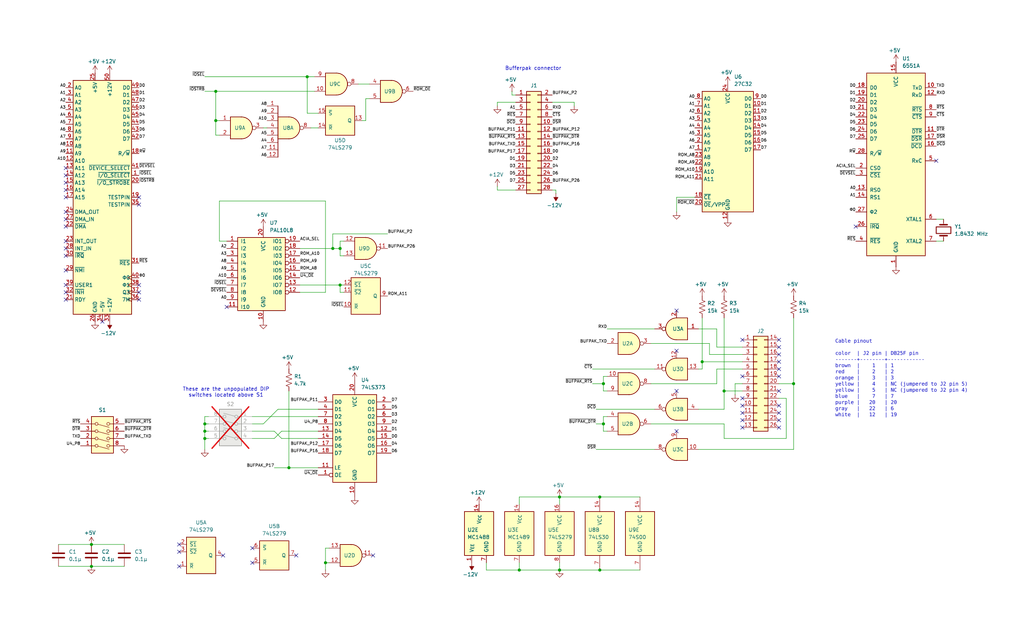
<source format=kicad_sch>
(kicad_sch (version 20231120) (generator "eeschema") (generator_version "8.0")
  (paper "USLegal")
  (title_block (title "Orange Micro Serial Grappler") (date "2024-07-16") (rev "A") (comment 2 "captured by Mark Aikens") (comment 3 "by Orange Micro") (comment 4 "Apple II Serial Printer Card"))
  (junction (at 31.75 189.23))
  (junction (at 208.28 172.72))
  (junction (at 209.55 133.35))
  (junction (at 243.84 125.73))
  (junction (at 106.68 26.67))
  (junction (at 71.12 152.4))
  (junction (at 275.59 133.35))
  (junction (at 74.93 41.91))
  (junction (at 118.11 99.06))
  (junction (at 209.55 147.32))
  (junction (at 31.75 196.85))
  (junction (at 113.03 195.58))
  (junction (at 194.31 172.72))
  (junction (at 251.46 135.89))
  (junction (at 118.11 86.36))
  (junction (at 208.28 198.12))
  (junction (at 71.12 149.86))
  (junction (at 71.12 147.32))
  (junction (at 180.34 198.12))
  (junction (at 74.93 31.75))
  (junction (at 115.57 86.36))
  (junction (at 194.31 198.12))
  (junction (at 100.33 162.56))
  (no_connect (at 325.12 55.88))
  (no_connect (at 257.81 130.81))
  (no_connect (at 48.26 104.14))
  (no_connect (at 22.86 88.9))
  (no_connect (at 22.86 73.66))
  (no_connect (at 257.81 140.97))
  (no_connect (at 270.51 140.97))
  (no_connect (at 270.51 130.81))
  (no_connect (at 22.86 101.6))
  (no_connect (at 22.86 93.98))
  (no_connect (at 87.63 190.5))
  (no_connect (at 270.51 125.73))
  (no_connect (at 62.23 196.85))
  (no_connect (at 270.51 135.89))
  (no_connect (at 35.56 111.76))
  (no_connect (at 22.86 66.04))
  (no_connect (at 257.81 148.59))
  (no_connect (at 22.86 76.2))
  (no_connect (at 22.86 68.58))
  (no_connect (at 270.51 120.65))
  (no_connect (at 48.26 101.6))
  (no_connect (at 62.23 191.77))
  (no_connect (at 129.54 193.04))
  (no_connect (at 22.86 58.42))
  (no_connect (at 234.95 149.86))
  (no_connect (at 270.51 128.27))
  (no_connect (at 257.81 143.51))
  (no_connect (at 234.95 121.92))
  (no_connect (at 22.86 60.96))
  (no_connect (at 22.86 104.14))
  (no_connect (at 78.74 106.68))
  (no_connect (at 22.86 78.74))
  (no_connect (at 22.86 86.36))
  (no_connect (at 257.81 146.05))
  (no_connect (at 62.23 189.23))
  (no_connect (at 270.51 123.19))
  (no_connect (at 22.86 99.06))
  (no_connect (at 234.95 107.95))
  (no_connect (at 22.86 83.82))
  (no_connect (at 257.81 138.43))
  (no_connect (at 48.26 68.58))
  (no_connect (at 257.81 118.11))
  (no_connect (at 270.51 143.51))
  (no_connect (at 270.51 146.05))
  (no_connect (at 87.63 195.58))
  (no_connect (at 48.26 99.06))
  (no_connect (at 22.86 63.5))
  (no_connect (at 297.18 78.74))
  (no_connect (at 102.87 193.04))
  (no_connect (at 270.51 148.59))
  (no_connect (at 270.51 118.11))
  (no_connect (at 234.95 135.89))
  (no_connect (at 77.47 193.04))
  (no_connect (at 48.26 71.12))
  (wire (pts (xy 71.12 147.32) (xy 71.12 149.86)))
  (wire (pts (xy 209.55 144.78) (xy 209.55 147.32)))
  (wire (pts (xy 209.55 133.35) (xy 209.55 130.81)))
  (wire (pts (xy 76.2 83.82) (xy 78.74 83.82)))
  (wire (pts (xy 114.3 190.5) (xy 113.03 190.5)))
  (wire (pts (xy 71.12 31.75) (xy 74.93 31.75)))
  (wire (pts (xy 180.34 175.26) (xy 180.34 172.72)))
  (wire (pts (xy 87.63 149.86) (xy 95.25 149.86)))
  (wire (pts (xy 110.49 142.24) (xy 96.52 142.24)))
  (wire (pts (xy 275.59 133.35) (xy 270.51 133.35)))
  (wire (pts (xy 71.12 149.86) (xy 71.12 152.4)))
  (wire (pts (xy 91.44 147.32) (xy 87.63 147.32)))
  (wire (pts (xy 234.95 68.58) (xy 234.95 73.66)))
  (wire (pts (xy 113.03 195.58) (xy 113.03 198.12)))
  (wire (pts (xy 194.31 172.72) (xy 194.31 175.26)))
  (wire (pts (xy 115.57 81.28) (xy 115.57 86.36)))
  (wire (pts (xy 177.8 33.02) (xy 179.07 33.02)))
  (wire (pts (xy 209.55 135.89) (xy 210.82 135.89)))
  (wire (pts (xy 118.11 86.36) (xy 118.11 88.9)))
  (wire (pts (xy 179.07 35.56) (xy 172.72 35.56)))
  (wire (pts (xy 180.34 195.58) (xy 180.34 198.12)))
  (wire (pts (xy 115.57 86.36) (xy 118.11 86.36)))
  (wire (pts (xy 113.03 101.6) (xy 113.03 69.85)))
  (wire (pts (xy 71.12 152.4) (xy 71.12 156.21)))
  (wire (pts (xy 118.11 83.82) (xy 119.38 83.82)))
  (wire (pts (xy 242.57 142.24) (xy 251.46 142.24)))
  (wire (pts (xy 134.62 81.28) (xy 115.57 81.28)))
  (wire (pts (xy 100.33 135.89) (xy 100.33 162.56)))
  (wire (pts (xy 106.68 26.67) (xy 109.22 26.67)))
  (wire (pts (xy 127 34.29) (xy 128.27 34.29)))
  (wire (pts (xy 179.07 66.04) (xy 172.72 66.04)))
  (wire (pts (xy 210.82 130.81) (xy 209.55 130.81)))
  (wire (pts (xy 124.46 29.21) (xy 128.27 29.21)))
  (wire (pts (xy 205.74 128.27) (xy 227.33 128.27)))
  (wire (pts (xy 255.27 133.35) (xy 257.81 133.35)))
  (wire (pts (xy 71.12 149.86) (xy 72.39 149.86)))
  (wire (pts (xy 96.52 142.24) (xy 91.44 147.32)))
  (wire (pts (xy 87.63 152.4) (xy 95.25 152.4)))
  (wire (pts (xy 113.03 69.85) (xy 76.2 69.85)))
  (wire (pts (xy 118.11 88.9) (xy 119.38 88.9)))
  (wire (pts (xy 194.31 195.58) (xy 194.31 198.12)))
  (wire (pts (xy 243.84 110.49) (xy 243.84 125.73)))
  (wire (pts (xy 209.55 147.32) (xy 209.55 149.86)))
  (wire (pts (xy 208.28 172.72) (xy 222.25 172.72)))
  (wire (pts (xy 110.49 39.37) (xy 106.68 39.37)))
  (wire (pts (xy 91.44 44.45) (xy 92.71 44.45)))
  (wire (pts (xy 168.91 198.12) (xy 168.91 195.58)))
  (wire (pts (xy 76.2 46.99) (xy 74.93 46.99)))
  (wire (pts (xy 248.92 133.35) (xy 248.92 128.27)))
  (wire (pts (xy 210.82 144.78) (xy 209.55 144.78)))
  (wire (pts (xy 248.92 114.3) (xy 248.92 120.65)))
  (wire (pts (xy 74.93 31.75) (xy 74.93 41.91)))
  (wire (pts (xy 241.3 68.58) (xy 234.95 68.58)))
  (wire (pts (xy 104.14 86.36) (xy 115.57 86.36)))
  (wire (pts (xy 275.59 110.49) (xy 275.59 133.35)))
  (wire (pts (xy 273.05 138.43) (xy 273.05 152.4)))
  (wire (pts (xy 95.25 162.56) (xy 100.33 162.56)))
  (wire (pts (xy 172.72 35.56) (xy 172.72 36.83)))
  (wire (pts (xy 118.11 99.06) (xy 119.38 99.06)))
  (wire (pts (xy 74.93 41.91) (xy 74.93 46.99)))
  (wire (pts (xy 248.92 120.65) (xy 257.81 120.65)))
  (wire (pts (xy 106.68 39.37) (xy 106.68 26.67)))
  (wire (pts (xy 207.01 142.24) (xy 227.33 142.24)))
  (wire (pts (xy 104.14 99.06) (xy 118.11 99.06)))
  (wire (pts (xy 71.12 26.67) (xy 106.68 26.67)))
  (wire (pts (xy 193.04 66.04) (xy 193.04 67.31)))
  (wire (pts (xy 251.46 110.49) (xy 251.46 135.89)))
  (wire (pts (xy 113.03 190.5) (xy 113.03 195.58)))
  (wire (pts (xy 273.05 152.4) (xy 251.46 152.4)))
  (wire (pts (xy 242.57 114.3) (xy 248.92 114.3)))
  (wire (pts (xy 127 41.91) (xy 125.73 41.91)))
  (wire (pts (xy 31.75 196.85) (xy 43.18 196.85)))
  (wire (pts (xy 194.31 198.12) (xy 208.28 198.12)))
  (wire (pts (xy 104.14 101.6) (xy 113.03 101.6)))
  (wire (pts (xy 76.2 69.85) (xy 76.2 83.82)))
  (wire (pts (xy 275.59 156.21) (xy 275.59 133.35)))
  (wire (pts (xy 209.55 133.35) (xy 209.55 135.89)))
  (wire (pts (xy 118.11 86.36) (xy 118.11 83.82)))
  (wire (pts (xy 72.39 144.78) (xy 71.12 144.78)))
  (wire (pts (xy 110.49 152.4) (xy 97.79 152.4)))
  (wire (pts (xy 118.11 101.6) (xy 119.38 101.6)))
  (wire (pts (xy 325.12 83.82) (xy 327.66 83.82)))
  (wire (pts (xy 87.63 144.78) (xy 110.49 144.78)))
  (wire (pts (xy 246.38 119.38) (xy 226.06 119.38)))
  (wire (pts (xy 208.28 198.12) (xy 222.25 198.12)))
  (wire (pts (xy 97.79 152.4) (xy 95.25 149.86)))
  (wire (pts (xy 246.38 119.38) (xy 246.38 123.19)))
  (wire (pts (xy 20.32 189.23) (xy 31.75 189.23)))
  (wire (pts (xy 191.77 66.04) (xy 193.04 66.04)))
  (wire (pts (xy 199.39 35.56) (xy 199.39 36.83)))
  (wire (pts (xy 273.05 138.43) (xy 270.51 138.43)))
  (wire (pts (xy 255.27 133.35) (xy 255.27 137.16)))
  (wire (pts (xy 95.25 152.4) (xy 97.79 149.86)))
  (wire (pts (xy 110.49 149.86) (xy 97.79 149.86)))
  (wire (pts (xy 180.34 198.12) (xy 168.91 198.12)))
  (wire (pts (xy 194.31 172.72) (xy 208.28 172.72)))
  (wire (pts (xy 242.57 156.21) (xy 275.59 156.21)))
  (wire (pts (xy 207.01 147.32) (xy 209.55 147.32)))
  (wire (pts (xy 71.12 144.78) (xy 71.12 147.32)))
  (wire (pts (xy 113.03 195.58) (xy 114.3 195.58)))
  (wire (pts (xy 209.55 149.86) (xy 210.82 149.86)))
  (wire (pts (xy 180.34 198.12) (xy 194.31 198.12)))
  (wire (pts (xy 248.92 128.27) (xy 257.81 128.27)))
  (wire (pts (xy 243.84 128.27) (xy 243.84 125.73)))
  (wire (pts (xy 74.93 31.75) (xy 109.22 31.75)))
  (wire (pts (xy 177.8 31.75) (xy 177.8 33.02)))
  (wire (pts (xy 191.77 35.56) (xy 199.39 35.56)))
  (wire (pts (xy 243.84 128.27) (xy 242.57 128.27)))
  (wire (pts (xy 207.01 156.21) (xy 227.33 156.21)))
  (wire (pts (xy 251.46 147.32) (xy 251.46 152.4)))
  (wire (pts (xy 243.84 125.73) (xy 257.81 125.73)))
  (wire (pts (xy 107.95 44.45) (xy 110.49 44.45)))
  (wire (pts (xy 180.34 172.72) (xy 194.31 172.72)))
  (wire (pts (xy 31.75 189.23) (xy 43.18 189.23)))
  (wire (pts (xy 226.06 147.32) (xy 251.46 147.32)))
  (wire (pts (xy 251.46 135.89) (xy 257.81 135.89)))
  (wire (pts (xy 251.46 135.89) (xy 251.46 142.24)))
  (wire (pts (xy 210.82 114.3) (xy 227.33 114.3)))
  (wire (pts (xy 71.12 147.32) (xy 72.39 147.32)))
  (wire (pts (xy 205.74 133.35) (xy 209.55 133.35)))
  (wire (pts (xy 246.38 123.19) (xy 257.81 123.19)))
  (wire (pts (xy 71.12 152.4) (xy 72.39 152.4)))
  (wire (pts (xy 100.33 162.56) (xy 110.49 162.56)))
  (wire (pts (xy 76.2 41.91) (xy 74.93 41.91)))
  (wire (pts (xy 127 34.29) (xy 127 41.91)))
  (wire (pts (xy 325.12 76.2) (xy 327.66 76.2)))
  (wire (pts (xy 172.72 66.04) (xy 172.72 64.77)))
  (wire (pts (xy 20.32 196.85) (xy 31.75 196.85)))
  (wire (pts (xy 226.06 133.35) (xy 248.92 133.35)))
  (wire (pts (xy 118.11 99.06) (xy 118.11 101.6)))
  (text "Cable pinout\n\ncolor  | J2 pin | DB25F pin\n-------+--------+------------\nbrown  |    1   | 1\nred    |    2   | 2\norange |    3   | 3\nyellow |    4   | NC (jumpered to J2 pin 5)\nyellow |    5   | NC (jumpered to J2 pin 4)\nblue   |    7   | 7\npurple |   20   | 20\ngray   |   22   | 6\nwhite  |   12   | 19\n" (at 290.068 118.364 0) (effects (font (size 1.27 1.27)) (justify left top)))
  (text "Bufferpak connector" (at 185.166 23.876 0) (effects (font (size 1.27 1.27))))
  (text "These are the unpopulated DIP\nswitches located above S1" (at 78.486 136.398 0) (effects (font (size 1.27 1.27))))
  (label "BUFPAK_P17" (at 95.25 162.56 180) (effects (font (size 1 1))))
  (label "BUFPAK_P2" (at 191.77 33.02 0) (effects (font (size 1 1))))
  (label "A5" (at 92.71 46.99 180) (effects (font (size 1 1))))
  (label "~{DEVSEL}" (at 78.74 101.6 180) (effects (font (size 1 1))))
  (label "Φ0" (at 48.26 96.52 0) (effects (font (size 1 1))))
  (label "A2" (at 22.86 35.56 180) (effects (font (size 1 1))))
  (label "~{U4_OE}" (at 104.14 96.52 0) (effects (font (size 1 1))))
  (label "RXD" (at 325.12 33.02 0) (effects (font (size 1 1))))
  (label "D7" (at 297.18 48.26 180) (effects (font (size 1 1))))
  (label "D5" (at 264.16 46.99 0) (effects (font (size 1 1))))
  (label "D7" (at 179.07 63.5 180) (effects (font (size 1 1))))
  (label "~{BUFPAK_RTS}" (at 43.18 147.32 0) (effects (font (size 1 1))))
  (label "~{DCD}" (at 179.07 43.18 180) (effects (font (size 1 1))))
  (label "D2" (at 297.18 35.56 180) (effects (font (size 1 1))))
  (label "~{ROM_OE}" (at 241.3 71.12 180) (effects (font (size 1 1))))
  (label "A4" (at 241.3 44.45 180) (effects (font (size 1 1))))
  (label "D0" (at 135.89 152.4 0) (effects (font (size 1 1))))
  (label "A10" (at 92.71 41.91 180) (effects (font (size 1 1))))
  (label "A3" (at 78.74 88.9 180) (effects (font (size 1 1))))
  (label "~{DTR}" (at 27.94 149.86 180) (effects (font (size 1 1))))
  (label "A3" (at 241.3 41.91 180) (effects (font (size 1 1))))
  (label "D5" (at 179.07 60.96 180) (effects (font (size 1 1))))
  (label "BUFPAK_P11" (at 110.49 139.7 180) (effects (font (size 1 1))))
  (label "~{IOSEL}" (at 78.74 99.06 180) (effects (font (size 1 1))))
  (label "BUFPAK_P17" (at 179.07 53.34 180) (effects (font (size 1 1))))
  (label "TXD" (at 27.94 152.4 180) (effects (font (size 1 1))))
  (label "D6" (at 191.77 60.96 0) (effects (font (size 1 1))))
  (label "BUFPAK_P16" (at 110.49 157.48 180) (effects (font (size 1 1))))
  (label "~{IOSTRB}" (at 71.12 31.75 180) (effects (font (size 1 1))))
  (label "D4" (at 135.89 154.94 0) (effects (font (size 1 1))))
  (label "D0" (at 264.16 34.29 0) (effects (font (size 1 1))))
  (label "A1" (at 241.3 36.83 180) (effects (font (size 1 1))))
  (label "~{CTS}" (at 205.74 128.27 180) (effects (font (size 1 1))))
  (label "BUFPAK_TXD" (at 210.82 119.38 180) (effects (font (size 1 1))))
  (label "~{CTS}" (at 191.77 40.64 0) (effects (font (size 1 1))))
  (label "BUFPAK_TXD" (at 43.18 152.4 0) (effects (font (size 1 1))))
  (label "A4" (at 92.71 49.53 180) (effects (font (size 1 1))))
  (label "~{RES}" (at 179.07 40.64 180) (effects (font (size 1 1))))
  (label "RXD" (at 210.82 114.3 180) (effects (font (size 1 1))))
  (label "ROM_A11" (at 241.3 62.23 180) (effects (font (size 1 1))))
  (label "ROM_A10" (at 104.14 88.9 0) (effects (font (size 1 1))))
  (label "D4" (at 264.16 44.45 0) (effects (font (size 1 1))))
  (label "~{DEVSEL}" (at 297.18 60.96 180) (effects (font (size 1 1))))
  (label "ROM_A8" (at 104.14 93.98 0) (effects (font (size 1 1))))
  (label "A9" (at 92.71 39.37 180) (effects (font (size 1 1))))
  (label "~{DCD}" (at 325.12 50.8 0) (effects (font (size 1 1))))
  (label "~{BUFPAK_RTS}" (at 205.74 133.35 180) (effects (font (size 1 1))))
  (label "D2" (at 191.77 55.88 0) (effects (font (size 1 1))))
  (label "D5" (at 48.26 43.18 0) (effects (font (size 1 1))))
  (label "~{RES}" (at 48.26 91.44 0) (effects (font (size 1 1))))
  (label "ROM_A9" (at 104.14 91.44 0) (effects (font (size 1 1))))
  (label "~{DSR}" (at 191.77 43.18 0) (effects (font (size 1 1))))
  (label "BUFPAK_P12" (at 191.77 45.72 0) (effects (font (size 1 1))))
  (label "D3" (at 297.18 38.1 180) (effects (font (size 1 1))))
  (label "D0" (at 191.77 53.34 0) (effects (font (size 1 1))))
  (label "D1" (at 179.07 55.88 180) (effects (font (size 1 1))))
  (label "D6" (at 264.16 49.53 0) (effects (font (size 1 1))))
  (label "D5" (at 297.18 43.18 180) (effects (font (size 1 1))))
  (label "U4_P8" (at 27.94 154.94 180) (effects (font (size 1 1))))
  (label "BUFPAK_TXD" (at 179.07 50.8 180) (effects (font (size 1 1))))
  (label "~{IOSEL}" (at 119.38 106.68 180) (effects (font (size 1 1))))
  (label "A9" (at 22.86 53.34 180) (effects (font (size 1 1))))
  (label "A7" (at 241.3 52.07 180) (effects (font (size 1 1))))
  (label "A6" (at 241.3 49.53 180) (effects (font (size 1 1))))
  (label "D1" (at 135.89 149.86 0) (effects (font (size 1 1))))
  (label "D6" (at 297.18 45.72 180) (effects (font (size 1 1))))
  (label "D3" (at 264.16 41.91 0) (effects (font (size 1 1))))
  (label "D7" (at 264.16 52.07 0) (effects (font (size 1 1))))
  (label "~{BUFPAK_DTR}" (at 207.01 147.32 180) (effects (font (size 1 1))))
  (label "~{BUFPAK_DTR}" (at 191.77 48.26 0) (effects (font (size 1 1))))
  (label "A7" (at 22.86 48.26 180) (effects (font (size 1 1))))
  (label "A5" (at 22.86 43.18 180) (effects (font (size 1 1))))
  (label "A0" (at 297.18 66.04 180) (effects (font (size 1 1))))
  (label "ROM_A8" (at 241.3 54.61 180) (effects (font (size 1 1))))
  (label "BUFPAK_P2" (at 134.62 81.28 0) (effects (font (size 1 1))))
  (label "D3" (at 179.07 58.42 180) (effects (font (size 1 1))))
  (label "R~{W}" (at 48.26 53.34 0) (effects (font (size 1 1))))
  (label "~{IOSTRB}" (at 48.26 63.5 0) (effects (font (size 1 1))))
  (label "A7" (at 92.71 52.07 180) (effects (font (size 1 1))))
  (label "~{U4_OE}" (at 110.49 165.1 180) (effects (font (size 1 1))))
  (label "D4" (at 297.18 40.64 180) (effects (font (size 1 1))))
  (label "D7" (at 135.89 139.7 0) (effects (font (size 1 1))))
  (label "~{IOSEL}" (at 71.12 26.67 180) (effects (font (size 1 1))))
  (label "A2" (at 241.3 39.37 180) (effects (font (size 1 1))))
  (label "A4" (at 22.86 40.64 180) (effects (font (size 1 1))))
  (label "A9" (at 78.74 93.98 180) (effects (font (size 1 1))))
  (label "~{DSR}" (at 325.12 48.26 0) (effects (font (size 1 1))))
  (label "A8" (at 78.74 91.44 180) (effects (font (size 1 1))))
  (label "ACIA_SEL" (at 297.18 58.42 180) (effects (font (size 1 1))))
  (label "D6" (at 48.26 45.72 0) (effects (font (size 1 1))))
  (label "A10" (at 78.74 96.52 180) (effects (font (size 1 1))))
  (label "TXD" (at 325.12 30.48 0) (effects (font (size 1 1))))
  (label "A1" (at 179.07 38.1 180) (effects (font (size 1 1))))
  (label "D3" (at 135.89 144.78 0) (effects (font (size 1 1))))
  (label "D6" (at 135.89 157.48 0) (effects (font (size 1 1))))
  (label "~{IOSEL}" (at 48.26 60.96 0) (effects (font (size 1 1))))
  (label "Φ0" (at 297.18 73.66 180) (effects (font (size 1 1))))
  (label "~{DTR}" (at 325.12 45.72 0) (effects (font (size 1 1))))
  (label "D2" (at 264.16 39.37 0) (effects (font (size 1 1))))
  (label "D0" (at 297.18 30.48 180) (effects (font (size 1 1))))
  (label "A10" (at 22.86 55.88 180) (effects (font (size 1 1))))
  (label "~{DEVSEL}" (at 48.26 58.42 0) (effects (font (size 1 1))))
  (label "D4" (at 48.26 40.64 0) (effects (font (size 1 1))))
  (label "ROM_A10" (at 241.3 59.69 180) (effects (font (size 1 1))))
  (label "D1" (at 264.16 36.83 0) (effects (font (size 1 1))))
  (label "D2" (at 48.26 35.56 0) (effects (font (size 1 1))))
  (label "A3" (at 22.86 38.1 180) (effects (font (size 1 1))))
  (label "BUFPAK_P26" (at 191.77 63.5 0) (effects (font (size 1 1))))
  (label "A2" (at 78.74 86.36 180) (effects (font (size 1 1))))
  (label "A1" (at 22.86 33.02 180) (effects (font (size 1 1))))
  (label "~{BUFPAK_RTS}" (at 179.07 48.26 180) (effects (font (size 1 1))))
  (label "A1" (at 297.18 68.58 180) (effects (font (size 1 1))))
  (label "ROM_A9" (at 241.3 57.15 180) (effects (font (size 1 1))))
  (label "ACIA_SEL" (at 104.14 83.82 0) (effects (font (size 1 1))))
  (label "A6" (at 22.86 45.72 180) (effects (font (size 1 1))))
  (label "BUFPAK_P12" (at 110.49 154.94 180) (effects (font (size 1 1))))
  (label "U4_P8" (at 110.49 147.32 180) (effects (font (size 1 1))))
  (label "A8" (at 22.86 50.8 180) (effects (font (size 1 1))))
  (label "D1" (at 297.18 33.02 180) (effects (font (size 1 1))))
  (label "A6" (at 92.71 54.61 180) (effects (font (size 1 1))))
  (label "~{RTS}" (at 27.94 147.32 180) (effects (font (size 1 1))))
  (label "BUFPAK_P26" (at 134.62 86.36 0) (effects (font (size 1 1))))
  (label "D2" (at 135.89 147.32 0) (effects (font (size 1 1))))
  (label "~{DCD}" (at 207.01 142.24 180) (effects (font (size 1 1))))
  (label "D7" (at 48.26 48.26 0) (effects (font (size 1 1))))
  (label "A0" (at 241.3 34.29 180) (effects (font (size 1 1))))
  (label "D1" (at 48.26 33.02 0) (effects (font (size 1 1))))
  (label "D3" (at 48.26 38.1 0) (effects (font (size 1 1))))
  (label "BUFPAK_P16" (at 191.77 50.8 0) (effects (font (size 1 1))))
  (label "D0" (at 48.26 30.48 0) (effects (font (size 1 1))))
  (label "A8" (at 92.71 36.83 180) (effects (font (size 1 1))))
  (label "~{RTS}" (at 325.12 38.1 0) (effects (font (size 1 1))))
  (label "~{DSR}" (at 207.01 156.21 180) (effects (font (size 1 1))))
  (label "~{CTS}" (at 325.12 40.64 0) (effects (font (size 1 1))))
  (label "A0" (at 22.86 30.48 180) (effects (font (size 1 1))))
  (label "D4" (at 191.77 58.42 0) (effects (font (size 1 1))))
  (label "BUFPAK_P11" (at 179.07 45.72 180) (effects (font (size 1 1))))
  (label "D5" (at 135.89 142.24 0) (effects (font (size 1 1))))
  (label "R~{W}" (at 297.18 53.34 180) (effects (font (size 1 1))))
  (label "A0" (at 78.74 104.14 180) (effects (font (size 1 1))))
  (label "RXD" (at 191.77 38.1 0) (effects (font (size 1 1))))
  (label "A5" (at 241.3 46.99 180) (effects (font (size 1 1))))
  (label "ROM_A11" (at 134.62 102.87 0) (effects (font (size 1 1))))
  (label "~{ROM_OE}" (at 143.51 31.75 0) (effects (font (size 1 1))))
  (label "~{RES}" (at 297.18 83.82 180) (effects (font (size 1 1))))
  (label "~{BUFPAK_DTR}" (at 43.18 149.86 0) (effects (font (size 1 1))))
  (symbol (lib_id "Device:C") (at 20.32 193.04 0) (unit 1)
    (property "Reference" "C1" (at 23.876 191.77 0) (effects (justify left)))
    (property "Value" "0.1µ" (at 23.876 194.31 0) (effects (justify left)))
    (property "Description" "Unpolarized capacitor" (effects (hide yes)))
  )
  (symbol (lib_id "Interface_Legacy:6551") (at 311.15 57.15 0) (unit 1)
    (property "Reference" "U1" (at 313.3441 20.32 0) (effects (justify left)))
    (property "Value" "6551A" (at 313.3441 22.86 0) (effects (justify left)))
    (property "Footprint" "Package_DIP:DIP-28_W15.24mm" (effects (hide yes)))
    (property "Description" "Asynchronous Communication Interface Adapter" (effects (hide yes)))
  )
  (symbol (lib_id "Transceiver_Legacy:MC1489") (at 180.34 185.42 0) (unit 5)
    (property "Reference" "U3" (at 176.276 184.15 0) (effects (justify left)))
    (property "Value" "MC1489" (at 176.276 186.69 0) (effects (justify left)))
    (property "Datasheet" "https://www.onsemi.com/pdf/datasheet/mc1489-d.pdf" (effects (hide yes)))
    (property "Description" "Quad Line EIA-232D Receivers" (effects (hide yes)))
  )
  (symbol (lib_id "Device:R_US") (at 251.46 106.68 0) (unit 1)
    (property "Reference" "R3" (at 253.238 105.41 0) (effects (justify left)))
    (property "Value" "15k" (at 253.238 107.95 0) (effects (justify left)))
    (property "Description" "Resistor, US symbol" (effects (hide yes)))
  )
  (symbol (lib_id "power:GND") (at 31.75 196.85 0) (unit 1)
    (property "Reference" "#PWR018" (effects (hide yes)))
    (property "Value" "GND" (effects (hide yes)))
    (property "Description" "Power symbol creates a global label with name \"GND\" , ground" (effects (hide yes)))
  )
  (symbol (lib_id "Transceiver_Legacy:MC1489") (at 234.95 128.27 0) (mirror y) (unit 4)
    (property "Reference" "U3" (at 235.458 128.27 0))
    (property "Value" "MC1489" (effects (hide yes)))
    (property "Datasheet" "https://www.onsemi.com/pdf/datasheet/mc1489-d.pdf" (effects (hide yes)))
    (property "Description" "Quad Line EIA-232D Receivers" (effects (hide yes)))
  )
  (symbol (lib_id "Device:R_US") (at 243.84 106.68 0) (unit 1)
    (property "Reference" "R2" (at 245.618 105.41 0) (effects (justify left)))
    (property "Value" "15k" (at 245.618 107.95 0) (effects (justify left)))
    (property "Description" "Resistor, US symbol" (effects (hide yes)))
  )
  (symbol (lib_id "74xx:74LS30") (at 100.33 44.45 0) (unit 1)
    (property "Reference" "U8" (at 100.076 44.45 0))
    (property "Value" "74LS30" (effects (hide yes)))
    (property "Datasheet" "http://www.ti.com/lit/gpn/sn74LS30" (effects (hide yes)))
    (property "Description" "8-input NAND" (effects (hide yes)))
  )
  (symbol (lib_id "power:+5V") (at 252.73 29.21 0) (unit 1)
    (property "Reference" "#PWR06" (effects (hide yes)))
    (property "Value" "+5V" (at 252.222 25.146 0))
    (property "Description" "Power symbol creates a global label with name \"+5V\"" (effects (hide yes)))
  )
  (symbol (lib_id "power:+5V") (at 123.19 132.08 0) (unit 1)
    (property "Reference" "#PWR07" (effects (hide yes)))
    (property "Value" "+5V" (at 122.682 128.016 0))
    (property "Description" "Power symbol creates a global label with name \"+5V\"" (effects (hide yes)))
  )
  (symbol (lib_id "Transceiver_Legacy:MC1488") (at 218.44 119.38 0) (unit 1)
    (property "Reference" "U2" (at 217.932 119.38 0))
    (property "Value" "MC1488" (effects (hide yes)))
    (property "Datasheet" "https://www.onsemi.com/pdf/datasheet/mc1488-d.pdf" (effects (hide yes)))
    (property "Description" "Quad Line EIA-232D Driver" (effects (hide yes)))
  )
  (symbol (lib_id "74xx:7400") (at 135.89 31.75 0) (unit 2)
    (property "Reference" "U9" (at 135.382 31.75 0))
    (property "Value" "74S00" (effects (hide yes)))
    (property "Datasheet" "http://www.ti.com/lit/gpn/sn7400" (effects (hide yes)))
    (property "Description" "quad 2-input NAND gate" (effects (hide yes)))
  )
  (symbol (lib_id "Logic_Legacy:74LS279") (at 95.25 193.04 0) (unit 2)
    (property "Reference" "U5" (at 95.25 182.88 0))
    (property "Value" "74LS279" (at 95.25 185.42 0))
    (property "Description" "Quad S-R Flip Flop Latch" (effects (hide yes)))
  )
  (symbol (lib_id "power:+5V") (at 91.44 78.74 0) (unit 1)
    (property "Reference" "#PWR05" (effects (hide yes)))
    (property "Value" "+5V" (at 90.932 74.676 0))
    (property "Description" "Power symbol creates a global label with name \"+5V\"" (effects (hide yes)))
  )
  (symbol (lib_id "power:GND") (at 33.02 111.76 0) (unit 1)
    (property "Reference" "#PWR02" (effects (hide yes)))
    (property "Value" "GND" (effects (hide yes)))
    (property "Description" "Power symbol creates a global label with name \"GND\" , ground" (effects (hide yes)))
  )
  (symbol (lib_id "Transceiver_Legacy:MC1488") (at 218.44 133.35 0) (unit 3)
    (property "Reference" "U2" (at 217.932 133.35 0))
    (property "Value" "MC1488" (effects (hide yes)))
    (property "Datasheet" "https://www.onsemi.com/pdf/datasheet/mc1488-d.pdf" (effects (hide yes)))
    (property "Description" "Quad Line EIA-232D Driver" (effects (hide yes)))
  )
  (symbol (lib_id "power:GND") (at 234.95 73.66 0) (unit 1)
    (property "Reference" "#PWR021" (effects (hide yes)))
    (property "Value" "GND" (effects (hide yes)))
    (property "Description" "Power symbol creates a global label with name \"GND\" , ground" (effects (hide yes)))
  )
  (symbol (lib_id "Transceiver_Legacy:MC1489") (at 234.95 156.21 0) (mirror y) (unit 3)
    (property "Reference" "U3" (at 235.458 156.21 0))
    (property "Value" "MC1489" (effects (hide yes)))
    (property "Datasheet" "https://www.onsemi.com/pdf/datasheet/mc1489-d.pdf" (effects (hide yes)))
    (property "Description" "Quad Line EIA-232D Receivers" (effects (hide yes)))
  )
  (symbol (lib_id "power:+5V") (at 275.59 102.87 0) (unit 1)
    (property "Reference" "#PWR016" (effects (hide yes)))
    (property "Value" "+5V" (at 275.082 98.806 0))
    (property "Description" "Power symbol creates a global label with name \"+5V\"" (effects (hide yes)))
  )
  (symbol (lib_id "power:GND") (at 311.15 92.71 0) (unit 1)
    (property "Reference" "#PWR026" (effects (hide yes)))
    (property "Value" "GND" (effects (hide yes)))
    (property "Description" "Power symbol creates a global label with name \"GND\" , ground" (effects (hide yes)))
  )
  (symbol (lib_id "power:GND") (at 194.31 198.12 0) (unit 1)
    (property "Reference" "#PWR09" (effects (hide yes)))
    (property "Value" "GND" (effects (hide yes)))
    (property "Description" "Power symbol creates a global label with name \"GND\" , ground" (effects (hide yes)))
  )
  (symbol (lib_id "power:-12V") (at 163.83 195.58 180) (unit 1)
    (property "Reference" "#PWR019" (effects (hide yes)))
    (property "Value" "-12V" (at 163.322 199.644 0))
    (property "Description" "Power symbol creates a global label with name \"-12V\"" (effects (hide yes)))
  )
  (symbol (lib_id "power:-12V") (at 193.04 67.31 180) (unit 1)
    (property "Reference" "#PWR031" (effects (hide yes)))
    (property "Value" "-12V" (at 192.532 71.374 0))
    (property "Description" "Power symbol creates a global label with name \"-12V\"" (effects (hide yes)))
  )
  (symbol (lib_id "power:GND") (at 252.73 76.2 0) (unit 1)
    (property "Reference" "#PWR011" (effects (hide yes)))
    (property "Value" "GND" (effects (hide yes)))
    (property "Description" "Power symbol creates a global label with name \"GND\" , ground" (effects (hide yes)))
  )
  (symbol (lib_id "74xx:7400") (at 83.82 44.45 0) (unit 1)
    (property "Reference" "U9" (at 83.312 44.45 0))
    (property "Value" "74S00" (effects (hide yes)))
    (property "Datasheet" "http://www.ti.com/lit/gpn/sn7400" (effects (hide yes)))
    (property "Description" "quad 2-input NAND gate" (effects (hide yes)))
  )
  (symbol (lib_id "Logic_Legacy:74LS279") (at 127 102.87 0) (unit 3)
    (property "Reference" "U5" (at 127 92.456 0))
    (property "Value" "74LS279" (at 127 94.996 0))
    (property "Description" "Quad S-R Flip Flop Latch" (effects (hide yes)))
  )
  (symbol (lib_id "74xx:7400") (at 222.25 185.42 0) (unit 5)
    (property "Reference" "U9" (at 218.186 184.15 0) (effects (justify left)))
    (property "Value" "74S00" (at 218.186 186.69 0) (effects (justify left)))
    (property "Datasheet" "http://www.ti.com/lit/gpn/sn7400" (effects (hide yes)))
    (property "Description" "quad 2-input NAND gate" (effects (hide yes)))
  )
  (symbol (lib_id "Device:C") (at 43.18 193.04 0) (unit 1)
    (property "Reference" "C3" (at 46.736 191.77 0) (effects (justify left)))
    (property "Value" "0.1µ" (at 46.736 194.31 0) (effects (justify left)))
    (property "Description" "Unpolarized capacitor" (effects (hide yes)))
  )
  (symbol (lib_id "Transceiver_Legacy:MC1488") (at 166.37 185.42 0) (unit 5)
    (property "Reference" "U2" (at 162.306 184.15 0) (effects (justify left)))
    (property "Value" "MC1488" (at 162.306 186.69 0) (effects (justify left)))
    (property "Datasheet" "https://www.onsemi.com/pdf/datasheet/mc1488-d.pdf" (effects (hide yes)))
    (property "Description" "Quad Line EIA-232D Driver" (effects (hide yes)))
  )
  (symbol (lib_id "74xx:74LS373") (at 123.19 152.4 0) (unit 1)
    (property "Reference" "U4" (at 125.3841 132.08 0) (effects (justify left)))
    (property "Value" "74LS373" (at 125.3841 134.62 0) (effects (justify left)))
    (property "Datasheet" "http://www.ti.com/lit/gpn/sn74LS373" (effects (hide yes)))
    (property "Description" "8-bit Latch, 3-state outputs" (effects (hide yes)))
  )
  (symbol (lib_id "Logic_Legacy:74LS279") (at 118.11 41.91 0) (unit 4)
    (property "Reference" "U5" (at 118.11 48.768 0))
    (property "Value" "74LS279" (at 118.11 51.308 0))
    (property "Description" "Quad S-R Flip Flop Latch" (effects (hide yes)))
  )
  (symbol (lib_id "power:GND") (at 43.18 154.94 0) (unit 1)
    (property "Reference" "#PWR022" (effects (hide yes)))
    (property "Value" "GND" (effects (hide yes)))
    (property "Description" "Power symbol creates a global label with name \"GND\" , ground" (effects (hide yes)))
  )
  (symbol (lib_id "power:GND") (at 113.03 198.12 0) (unit 1)
    (property "Reference" "#PWR023" (effects (hide yes)))
    (property "Value" "GND" (effects (hide yes)))
    (property "Description" "Power symbol creates a global label with name \"GND\" , ground" (effects (hide yes)))
  )
  (symbol (lib_id "power:+12V") (at 172.72 64.77 0) (unit 1)
    (property "Reference" "#PWR029" (effects (hide yes)))
    (property "Value" "+12V" (at 172.212 60.706 0))
    (property "Description" "Power symbol creates a global label with name \"+12V\"" (effects (hide yes)))
  )
  (symbol (lib_id "Logic_Legacy:74LS279") (at 194.31 185.42 0) (unit 5)
    (property "Reference" "U5" (at 190.246 184.15 0) (effects (justify left)))
    (property "Value" "74LS279" (at 190.246 186.69 0) (effects (justify left)))
    (property "Description" "Quad S-R Flip Flop Latch" (effects (hide yes)))
  )
  (symbol (lib_id "power:+5V") (at 33.02 25.4 0) (unit 1)
    (property "Reference" "#PWR01" (effects (hide yes)))
    (property "Value" "+5V" (at 32.512 21.336 0))
    (property "Description" "Power symbol creates a global label with name \"+5V\"" (effects (hide yes)))
  )
  (symbol (lib_id "74xx:7400") (at 116.84 29.21 0) (unit 3)
    (property "Reference" "U9" (at 116.332 29.21 0))
    (property "Value" "74S00" (effects (hide yes)))
    (property "Datasheet" "http://www.ti.com/lit/gpn/sn7400" (effects (hide yes)))
    (property "Description" "quad 2-input NAND gate" (effects (hide yes)))
  )
  (symbol (lib_id "power:+5V") (at 100.33 128.27 0) (unit 1)
    (property "Reference" "#PWR013" (effects (hide yes)))
    (property "Value" "+5V" (at 99.822 124.206 0))
    (property "Description" "Power symbol creates a global label with name \"+5V\"" (effects (hide yes)))
  )
  (symbol (lib_id "74xx:7400") (at 127 86.36 0) (unit 4)
    (property "Reference" "U9" (at 126.492 86.36 0))
    (property "Value" "74S00" (effects (hide yes)))
    (property "Datasheet" "http://www.ti.com/lit/gpn/sn7400" (effects (hide yes)))
    (property "Description" "quad 2-input NAND gate" (effects (hide yes)))
  )
  (symbol (lib_id "Connector_Generic:Conn_02x13_Top_Bottom") (at 262.89 133.35 0) (unit 1)
    (property "Reference" "J2" (at 264.16 115.062 0))
    (property "Value" "Conn_02x13_Top_Bottom" (effects (hide yes)))
    (property "Description" "Generic connector, double row, 02x13, top/bottom pin numbering scheme (row 1: 1...pins_per_row, row2: pins_per_row+1 ... num_pins), script generated (kicad-library-utils/schlib/autogen/connector/)" (effects (hide yes)))
  )
  (symbol (lib_id "power:+5V") (at 177.8 31.75 0) (unit 1)
    (property "Reference" "#PWR025" (effects (hide yes)))
    (property "Value" "+5V" (at 177.292 27.686 0))
    (property "Description" "Power symbol creates a global label with name \"+5V\"" (effects (hide yes)))
  )
  (symbol (lib_id "Logic_Legacy:74LS279") (at 69.85 193.04 0) (unit 1)
    (property "Reference" "U5" (at 69.85 181.61 0))
    (property "Value" "74LS279" (at 69.85 184.15 0))
    (property "Description" "Quad S-R Flip Flop Latch" (effects (hide yes)))
  )
  (symbol (lib_id "power:GND") (at 71.12 156.21 0) (unit 1)
    (property "Reference" "#PWR024" (effects (hide yes)))
    (property "Value" "GND" (effects (hide yes)))
    (property "Description" "Power symbol creates a global label with name \"GND\" , ground" (effects (hide yes)))
  )
  (symbol (lib_id "Switch:SW_DIP_x04") (at 35.56 149.86 0) (mirror x) (unit 1)
    (property "Reference" "S1" (at 35.56 142.494 0))
    (property "Value" "SW_DIP_x04" (effects (hide yes)))
    (property "Description" "4x DIP Switch, Single Pole Single Throw (SPST) switch, small symbol" (effects (hide yes)))
  )
  (symbol (lib_id "Device:R_US") (at 275.59 106.68 0) (unit 1)
    (property "Reference" "R4" (at 277.368 105.41 0) (effects (justify left)))
    (property "Value" "15k" (at 277.368 107.95 0) (effects (justify left)))
    (property "Description" "Resistor, US symbol" (effects (hide yes)))
  )
  (symbol (lib_id "power:+5V") (at 194.31 172.72 0) (unit 1)
    (property "Reference" "#PWR08" (effects (hide yes)))
    (property "Value" "+5V" (at 193.802 168.656 0))
    (property "Description" "Power symbol creates a global label with name \"+5V\"" (effects (hide yes)))
  )
  (symbol (lib_id "Memory_Legacy:27C32") (at 251.46 54.61 0) (unit 1)
    (property "Reference" "U6" (at 254.9241 26.67 0) (effects (justify left)))
    (property "Value" "27C32" (at 254.9241 29.21 0) (effects (justify left)))
    (property "Footprint" "Package_DIP:DIP-24_W15.24mm" (effects (hide yes)))
    (property "Description" "EPROM 32 KiBit (4Ki * 8)" (effects (hide yes)))
  )
  (symbol (lib_id "power:+12V") (at 166.37 175.26 0) (unit 1)
    (property "Reference" "#PWR020" (effects (hide yes)))
    (property "Value" "+12V" (at 165.862 171.196 0))
    (property "Description" "Power symbol creates a global label with name \"+12V\"" (effects (hide yes)))
  )
  (symbol (lib_id "power:+5V") (at 311.15 21.59 0) (unit 1)
    (property "Reference" "#PWR027" (effects (hide yes)))
    (property "Value" "+5V" (at 310.642 17.526 0))
    (property "Description" "Power symbol creates a global label with name \"+5V\"" (effects (hide yes)))
  )
  (symbol (lib_id "power:GND") (at 199.39 36.83 0) (unit 1)
    (property "Reference" "#PWR030" (effects (hide yes)))
    (property "Value" "GND" (effects (hide yes)))
    (property "Description" "Power symbol creates a global label with name \"GND\" , ground" (effects (hide yes)))
  )
  (symbol (lib_id "power:+5V") (at 243.84 102.87 0) (unit 1)
    (property "Reference" "#PWR014" (effects (hide yes)))
    (property "Value" "+5V" (at 243.332 98.806 0))
    (property "Description" "Power symbol creates a global label with name \"+5V\"" (effects (hide yes)))
  )
  (symbol (lib_id "Transceiver_Legacy:MC1488") (at 121.92 193.04 0) (unit 4)
    (property "Reference" "U2" (at 121.412 193.04 0))
    (property "Value" "MC1488" (effects (hide yes)))
    (property "Datasheet" "https://www.onsemi.com/pdf/datasheet/mc1488-d.pdf" (effects (hide yes)))
    (property "Description" "Quad Line EIA-232D Driver" (effects (hide yes)))
  )
  (symbol (lib_id "Logic_Programmable:PAL16L8") (at 91.44 96.52 0) (unit 1)
    (property "Reference" "U7" (at 93.6341 77.47 0) (effects (justify left)))
    (property "Value" "PAL10L8" (at 93.6341 80.01 0) (effects (justify left)))
    (property "Description" "Programmable Logic Array, DIP-20" (effects (hide yes)))
  )
  (symbol (lib_id "power:-12V") (at 38.1 111.76 180) (unit 1)
    (property "Reference" "#PWR03" (effects (hide yes)))
    (property "Value" "-12V" (at 37.592 115.824 0))
    (property "Description" "Power symbol creates a global label with name \"-12V\"" (effects (hide yes)))
  )
  (symbol (lib_id "power:GND") (at 172.72 36.83 0) (unit 1)
    (property "Reference" "#PWR028" (effects (hide yes)))
    (property "Value" "GND" (effects (hide yes)))
    (property "Description" "Power symbol creates a global label with name \"GND\" , ground" (effects (hide yes)))
  )
  (symbol (lib_id "Transceiver_Legacy:MC1489") (at 234.95 142.24 0) (mirror y) (unit 2)
    (property "Reference" "U3" (at 235.458 142.24 0))
    (property "Value" "MC1489" (effects (hide yes)))
    (property "Datasheet" "https://www.onsemi.com/pdf/datasheet/mc1489-d.pdf" (effects (hide yes)))
    (property "Description" "Quad Line EIA-232D Receivers" (effects (hide yes)))
  )
  (symbol (lib_id "PCM_MA_Connector_AppleII:Bus_Apple_II_Card_Side") (at 35.56 68.58 0) (unit 1) (in_bom no)
    (property "Reference" "J4" (effects (hide yes)))
    (property "Value" "Bus_Apple_II_Card_Side" (effects (hide yes)))
    (property "Footprint" "PCM_MA_Connector_AppleII:Peripheral_Bus_Edge" (effects (hide yes)))
    (property "Datasheet" "https://archive.org/details/Apple_II_Mini_Manual/page/n37/mode/2up" (effects (hide yes)))
    (property "Description" "Apple II bus connector. Use this symbol on the card side, i.e. for making Apple II-compatible peripheral cards." (effects (hide yes)))
  )
  (symbol (lib_id "Device:R_US") (at 100.33 132.08 0) (unit 1)
    (property "Reference" "R1" (at 102.108 130.81 0) (effects (justify left)))
    (property "Value" "4.7k" (at 102.108 133.35 0) (effects (justify left)))
    (property "Description" "Resistor, US symbol" (effects (hide yes)))
  )
  (symbol (lib_id "Device:Crystal") (at 327.66 80.01 90) (unit 1)
    (property "Reference" "Y1" (at 331.47 78.7399 90) (effects (justify right)))
    (property "Value" "1.8432 MHz" (at 331.47 81.2799 90) (effects (justify right)))
    (property "Description" "Two pin crystal" (effects (hide yes)))
  )
  (symbol (lib_id "power:GND") (at 91.44 111.76 0) (unit 1)
    (property "Reference" "#PWR010" (effects (hide yes)))
    (property "Value" "GND" (effects (hide yes)))
    (property "Description" "Power symbol creates a global label with name \"GND\" , ground" (effects (hide yes)))
  )
  (symbol (lib_id "Transceiver_Legacy:MC1489") (at 234.95 114.3 0) (mirror y) (unit 1)
    (property "Reference" "U3" (at 235.458 114.3 0))
    (property "Value" "MC1489" (effects (hide yes)))
    (property "Datasheet" "https://www.onsemi.com/pdf/datasheet/mc1489-d.pdf" (effects (hide yes)))
    (property "Description" "Quad Line EIA-232D Receivers" (effects (hide yes)))
  )
  (symbol (lib_id "74xx:74LS30") (at 208.28 185.42 0) (unit 2)
    (property "Reference" "U8" (at 204.216 184.15 0) (effects (justify left)))
    (property "Value" "74LS30" (at 204.216 186.69 0) (effects (justify left)))
    (property "Datasheet" "http://www.ti.com/lit/gpn/sn74LS30" (effects (hide yes)))
    (property "Description" "8-input NAND" (effects (hide yes)))
  )
  (symbol (lib_id "power:+5V") (at 31.75 189.23 0) (unit 1)
    (property "Reference" "#PWR017" (effects (hide yes)))
    (property "Value" "+5V" (at 31.242 185.166 0))
    (property "Description" "Power symbol creates a global label with name \"+5V\"" (effects (hide yes)))
  )
  (symbol (lib_id "power:GND") (at 255.27 137.16 0) (unit 1)
    (property "Reference" "#PWR032" (effects (hide yes)))
    (property "Value" "GND" (effects (hide yes)))
    (property "Description" "Power symbol creates a global label with name \"GND\" , ground" (effects (hide yes)))
  )
  (symbol (lib_id "power:+12V") (at 38.1 25.4 0) (unit 1)
    (property "Reference" "#PWR04" (effects (hide yes)))
    (property "Value" "+12V" (at 37.592 21.336 0))
    (property "Description" "Power symbol creates a global label with name \"+12V\"" (effects (hide yes)))
  )
  (symbol (lib_id "Device:C") (at 31.75 193.04 0) (unit 1)
    (property "Reference" "C2" (at 35.306 191.77 0) (effects (justify left)))
    (property "Value" "0.1µ" (at 35.306 194.31 0) (effects (justify left)))
    (property "Description" "Unpolarized capacitor" (effects (hide yes)))
  )
  (symbol (lib_id "Connector_Generic:Conn_02x14_Odd_Even") (at 184.15 48.26 0) (unit 1)
    (property "Reference" "J1" (at 185.42 29.718 0))
    (property "Value" "Conn_02x13_Odd_Even" (effects (hide yes)))
    (property "Description" "Generic connector, double row, 02x14, odd/even pin numbering scheme (row 1 odd numbers, row 2 even numbers), script generated (kicad-library-utils/schlib/autogen/connector/)" (effects (hide yes)))
  )
  (symbol (lib_id "Switch:SW_DIP_x04") (at 80.01 149.86 0) (mirror y) (unit 1) (dnp yes)
    (property "Reference" "S2" (at 80.01 140.462 0))
    (property "Value" "SW_DIP_x04" (effects (hide yes)))
    (property "Description" "4x DIP Switch, Single Pole Single Throw (SPST) switch, small symbol" (effects (hide yes)))
  )
  (symbol (lib_id "power:+5V") (at 251.46 102.87 0) (unit 1)
    (property "Reference" "#PWR015" (effects (hide yes)))
    (property "Value" "+5V" (at 250.952 98.806 0))
    (property "Description" "Power symbol creates a global label with name \"+5V\"" (effects (hide yes)))
  )
  (symbol (lib_id "Transceiver_Legacy:MC1488") (at 218.44 147.32 0) (unit 2)
    (property "Reference" "U2" (at 217.932 147.32 0))
    (property "Value" "MC1488" (effects (hide yes)))
    (property "Datasheet" "https://www.onsemi.com/pdf/datasheet/mc1488-d.pdf" (effects (hide yes)))
    (property "Description" "Quad Line EIA-232D Driver" (effects (hide yes)))
  )
  (symbol (lib_id "power:GND") (at 123.19 172.72 0) (unit 1)
    (property "Reference" "#PWR012" (effects (hide yes)))
    (property "Value" "GND" (effects (hide yes)))
    (property "Description" "Power symbol creates a global label with name \"GND\" , ground" (effects (hide yes)))
  )
)
</source>
